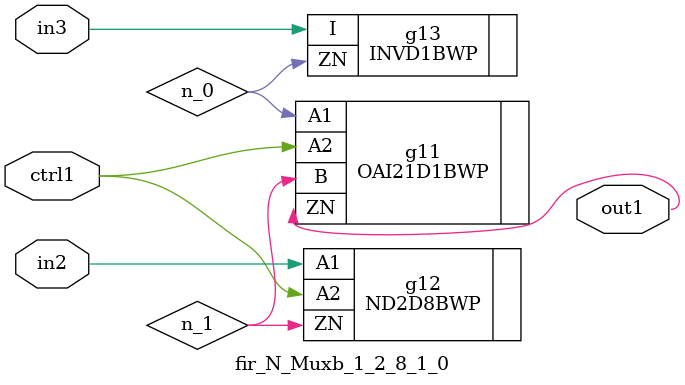
<source format=v>
`timescale 1ps / 1ps


module fir_N_Muxb_1_2_8_1_0(in3, in2, ctrl1, out1);
  input in3, in2, ctrl1;
  output out1;
  wire in3, in2, ctrl1;
  wire out1;
  wire n_0, n_1;
  OAI21D1BWP g11(.A1 (n_0), .A2 (ctrl1), .B (n_1), .ZN (out1));
  ND2D8BWP g12(.A1 (in2), .A2 (ctrl1), .ZN (n_1));
  INVD1BWP g13(.I (in3), .ZN (n_0));
endmodule



</source>
